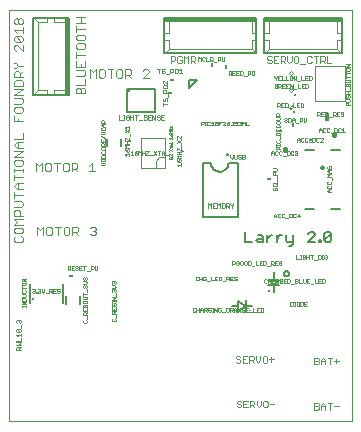
<source format=gto>
G75*
%MOIN*%
%OFA0B0*%
%FSLAX24Y24*%
%IPPOS*%
%LPD*%
%AMOC8*
5,1,8,0,0,1.08239X$1,22.5*
%
%ADD10C,0.0010*%
%ADD11C,0.0020*%
%ADD12C,0.0060*%
%ADD13C,0.0030*%
%ADD14C,0.0080*%
%ADD15R,0.0079X0.0118*%
%ADD16C,0.0025*%
%ADD17C,0.0098*%
%ADD18R,0.0160X0.0280*%
%ADD19C,0.0039*%
%ADD20R,0.0118X0.0079*%
%ADD21C,0.0079*%
%ADD22C,0.0020*%
%ADD23C,0.0160*%
%ADD24C,0.0050*%
%ADD25R,0.0148X0.2559*%
%ADD26R,0.2559X0.0148*%
%ADD27R,0.3051X0.0148*%
%ADD28C,0.0059*%
D10*
X003518Y004032D02*
X003540Y004010D01*
X003627Y004010D01*
X003648Y004032D01*
X003648Y004075D01*
X003627Y004097D01*
X003670Y004139D02*
X003670Y004226D01*
X003648Y004268D02*
X003518Y004268D01*
X003518Y004333D01*
X003540Y004354D01*
X003583Y004354D01*
X003605Y004333D01*
X003605Y004268D01*
X003605Y004311D02*
X003648Y004354D01*
X003648Y004397D02*
X003648Y004483D01*
X003627Y004525D02*
X003648Y004547D01*
X003648Y004591D01*
X003627Y004612D01*
X003583Y004612D01*
X003583Y004569D01*
X003540Y004612D02*
X003518Y004591D01*
X003518Y004547D01*
X003540Y004525D01*
X003627Y004525D01*
X003583Y004440D02*
X003583Y004397D01*
X003518Y004397D02*
X003648Y004397D01*
X003518Y004397D02*
X003518Y004483D01*
X003540Y004654D02*
X003518Y004676D01*
X003518Y004719D01*
X003540Y004741D01*
X003627Y004741D01*
X003648Y004719D01*
X003648Y004676D01*
X003627Y004654D01*
X003540Y004654D01*
X003518Y004783D02*
X003627Y004783D01*
X003648Y004805D01*
X003648Y004848D01*
X003627Y004870D01*
X003518Y004870D01*
X003518Y004912D02*
X003518Y004999D01*
X003518Y004956D02*
X003648Y004956D01*
X003670Y005041D02*
X003670Y005128D01*
X003627Y005170D02*
X003648Y005192D01*
X003648Y005235D01*
X003627Y005257D01*
X003605Y005257D01*
X003583Y005235D01*
X003583Y005213D01*
X003583Y005235D02*
X003562Y005257D01*
X003540Y005257D01*
X003518Y005235D01*
X003518Y005192D01*
X003540Y005170D01*
X003518Y005299D02*
X003605Y005299D01*
X003648Y005342D01*
X003605Y005386D01*
X003518Y005386D01*
X003540Y005428D02*
X003518Y005450D01*
X003518Y005493D01*
X003540Y005515D01*
X003562Y005515D01*
X003583Y005493D01*
X003605Y005515D01*
X003627Y005515D01*
X003648Y005493D01*
X003648Y005450D01*
X003627Y005428D01*
X003583Y005471D02*
X003583Y005493D01*
X003655Y005741D02*
X003742Y005741D01*
X003784Y005763D02*
X003784Y005893D01*
X003849Y005893D01*
X003871Y005871D01*
X003871Y005828D01*
X003849Y005806D01*
X003784Y005806D01*
X003913Y005785D02*
X003935Y005763D01*
X003978Y005763D01*
X004000Y005785D01*
X004000Y005893D01*
X003913Y005893D02*
X003913Y005785D01*
X003613Y005893D02*
X003526Y005893D01*
X003484Y005893D02*
X003398Y005893D01*
X003398Y005763D01*
X003484Y005763D01*
X003441Y005828D02*
X003398Y005828D01*
X003355Y005806D02*
X003355Y005785D01*
X003334Y005763D01*
X003290Y005763D01*
X003269Y005785D01*
X003226Y005763D02*
X003140Y005763D01*
X003140Y005893D01*
X003226Y005893D01*
X003269Y005871D02*
X003269Y005850D01*
X003290Y005828D01*
X003334Y005828D01*
X003355Y005806D01*
X003355Y005871D02*
X003334Y005893D01*
X003290Y005893D01*
X003269Y005871D01*
X003183Y005828D02*
X003140Y005828D01*
X003098Y005828D02*
X003076Y005806D01*
X003011Y005806D01*
X003011Y005763D02*
X003011Y005893D01*
X003076Y005893D01*
X003098Y005871D01*
X003098Y005828D01*
X003054Y005806D02*
X003098Y005763D01*
X003570Y005763D02*
X003570Y005893D01*
X004481Y005360D02*
X004503Y005382D01*
X004525Y005382D01*
X004546Y005360D01*
X004568Y005382D01*
X004590Y005382D01*
X004611Y005360D01*
X004611Y005317D01*
X004590Y005295D01*
X004568Y005253D02*
X004481Y005253D01*
X004503Y005295D02*
X004481Y005317D01*
X004481Y005360D01*
X004546Y005360D02*
X004546Y005339D01*
X004568Y005253D02*
X004611Y005210D01*
X004568Y005166D01*
X004481Y005166D01*
X004503Y005124D02*
X004525Y005124D01*
X004546Y005102D01*
X004568Y005124D01*
X004590Y005124D01*
X004611Y005102D01*
X004611Y005059D01*
X004590Y005037D01*
X004633Y004995D02*
X004633Y004908D01*
X004611Y004866D02*
X004481Y004866D01*
X004481Y004780D02*
X004611Y004866D01*
X004611Y004780D02*
X004481Y004780D01*
X004481Y004737D02*
X004481Y004694D01*
X004481Y004715D02*
X004611Y004715D01*
X004611Y004694D02*
X004611Y004737D01*
X004590Y004651D02*
X004546Y004651D01*
X004546Y004608D01*
X004503Y004565D02*
X004590Y004565D01*
X004611Y004586D01*
X004611Y004630D01*
X004590Y004651D01*
X004503Y004651D02*
X004481Y004630D01*
X004481Y004586D01*
X004503Y004565D01*
X004481Y004523D02*
X004481Y004436D01*
X004611Y004436D01*
X004611Y004523D01*
X004546Y004479D02*
X004546Y004436D01*
X004546Y004394D02*
X004568Y004372D01*
X004568Y004307D01*
X004568Y004350D02*
X004611Y004394D01*
X004546Y004394D02*
X004503Y004394D01*
X004481Y004372D01*
X004481Y004307D01*
X004611Y004307D01*
X004633Y004265D02*
X004633Y004178D01*
X004590Y004136D02*
X004611Y004114D01*
X004611Y004071D01*
X004590Y004049D01*
X004503Y004049D01*
X004481Y004071D01*
X004481Y004114D01*
X004503Y004136D01*
X004503Y005037D02*
X004481Y005059D01*
X004481Y005102D01*
X004503Y005124D01*
X004546Y005102D02*
X004546Y005081D01*
X003540Y004097D02*
X003518Y004075D01*
X003518Y004032D01*
X002724Y005007D02*
X002681Y005007D01*
X002659Y005029D01*
X002659Y005116D01*
X002681Y005137D01*
X002724Y005137D01*
X002746Y005116D01*
X002746Y005072D02*
X002703Y005072D01*
X002746Y005072D02*
X002746Y005029D01*
X002724Y005007D01*
X002617Y005007D02*
X002530Y005007D01*
X002530Y005137D01*
X002617Y005137D01*
X002574Y005072D02*
X002530Y005072D01*
X002488Y005072D02*
X002466Y005051D01*
X002401Y005051D01*
X002401Y005007D02*
X002401Y005137D01*
X002466Y005137D01*
X002488Y005116D01*
X002488Y005072D01*
X002445Y005051D02*
X002488Y005007D01*
X002359Y004986D02*
X002273Y004986D01*
X002230Y005051D02*
X002230Y005137D01*
X002144Y005137D02*
X002144Y005051D01*
X002187Y005007D01*
X002230Y005051D01*
X002101Y005051D02*
X002101Y005029D01*
X002080Y005007D01*
X002036Y005007D01*
X002015Y005029D01*
X001972Y005029D02*
X001972Y005007D01*
X001950Y005007D01*
X001950Y005029D01*
X001972Y005029D01*
X001908Y005029D02*
X001886Y005007D01*
X001843Y005007D01*
X001821Y005029D01*
X001865Y005072D02*
X001886Y005072D01*
X001908Y005051D01*
X001908Y005029D01*
X001886Y005072D02*
X001908Y005094D01*
X001908Y005116D01*
X001886Y005137D01*
X001843Y005137D01*
X001821Y005116D01*
X002015Y005116D02*
X002036Y005137D01*
X002080Y005137D01*
X002101Y005116D01*
X002101Y005094D01*
X002080Y005072D01*
X002101Y005051D01*
X002080Y005072D02*
X002058Y005072D01*
X001606Y005068D02*
X001585Y005089D01*
X001606Y005068D02*
X001606Y005024D01*
X001585Y005003D01*
X001498Y005003D01*
X001476Y005024D01*
X001476Y005068D01*
X001498Y005089D01*
X001476Y005131D02*
X001476Y005218D01*
X001476Y005175D02*
X001606Y005175D01*
X001585Y005260D02*
X001606Y005282D01*
X001606Y005325D01*
X001585Y005347D01*
X001498Y005347D01*
X001476Y005325D01*
X001476Y005282D01*
X001498Y005260D01*
X001585Y005260D01*
X001606Y005389D02*
X001476Y005389D01*
X001476Y005454D01*
X001498Y005476D01*
X001541Y005476D01*
X001563Y005454D01*
X001563Y005389D01*
X001563Y005433D02*
X001606Y005476D01*
X001585Y004960D02*
X001476Y004960D01*
X001476Y004874D02*
X001585Y004874D01*
X001606Y004895D01*
X001606Y004939D01*
X001585Y004960D01*
X001585Y004831D02*
X001498Y004831D01*
X001476Y004810D01*
X001476Y004745D01*
X001606Y004745D01*
X001606Y004810D01*
X001585Y004831D01*
X001606Y004703D02*
X001476Y004703D01*
X001476Y004616D02*
X001606Y004703D01*
X001606Y004616D02*
X001476Y004616D01*
X001476Y004573D02*
X001476Y004530D01*
X001476Y004552D02*
X001606Y004552D01*
X001606Y004573D02*
X001606Y004530D01*
X004132Y009257D02*
X004219Y009257D01*
X004262Y009300D01*
X004219Y009343D01*
X004132Y009343D01*
X004132Y009385D02*
X004132Y009451D01*
X004154Y009472D01*
X004240Y009472D01*
X004262Y009451D01*
X004262Y009385D01*
X004132Y009385D01*
X004132Y009514D02*
X004132Y009579D01*
X004154Y009601D01*
X004240Y009601D01*
X004262Y009579D01*
X004262Y009514D01*
X004132Y009514D01*
X004154Y009643D02*
X004240Y009643D01*
X004262Y009665D01*
X004262Y009708D01*
X004240Y009730D01*
X004240Y009772D02*
X004154Y009772D01*
X004132Y009794D01*
X004132Y009837D01*
X004154Y009859D01*
X004240Y009859D01*
X004262Y009837D01*
X004262Y009794D01*
X004240Y009772D01*
X004154Y009730D02*
X004132Y009708D01*
X004132Y009665D01*
X004154Y009643D01*
X004132Y009901D02*
X004132Y009966D01*
X004154Y009988D01*
X004197Y009988D01*
X004219Y009966D01*
X004219Y009901D01*
X004262Y009901D02*
X004132Y009901D01*
X004219Y009945D02*
X004262Y009988D01*
X004262Y010030D02*
X004262Y010117D01*
X004262Y010159D02*
X004132Y010246D01*
X004132Y010288D02*
X004219Y010288D01*
X004262Y010331D01*
X004219Y010375D01*
X004132Y010375D01*
X004154Y010417D02*
X004240Y010417D01*
X004262Y010438D01*
X004262Y010482D01*
X004240Y010504D01*
X004262Y010546D02*
X004175Y010546D01*
X004132Y010589D01*
X004175Y010632D01*
X004262Y010632D01*
X004262Y010675D02*
X004132Y010675D01*
X004132Y010740D01*
X004154Y010761D01*
X004197Y010761D01*
X004219Y010740D01*
X004219Y010675D01*
X004197Y010632D02*
X004197Y010546D01*
X004154Y010504D02*
X004132Y010482D01*
X004132Y010438D01*
X004154Y010417D01*
X004132Y010117D02*
X004132Y010030D01*
X004262Y010030D01*
X004197Y010030D02*
X004197Y010073D01*
X004923Y010090D02*
X004923Y010177D01*
X004945Y010177D01*
X005032Y010090D01*
X005053Y010090D01*
X005053Y010177D01*
X005075Y010219D02*
X005075Y010306D01*
X005053Y010348D02*
X004923Y010435D01*
X004967Y010477D02*
X004923Y010520D01*
X005053Y010520D01*
X005053Y010477D02*
X005053Y010564D01*
X005053Y010435D02*
X004923Y010348D01*
X004923Y010048D02*
X005053Y010048D01*
X004988Y010048D02*
X004988Y009961D01*
X005053Y009961D02*
X004923Y009961D01*
X004923Y009919D02*
X005053Y009919D01*
X005053Y009832D02*
X004923Y009832D01*
X004967Y009876D01*
X004923Y009919D01*
X004923Y009790D02*
X004945Y009747D01*
X004988Y009703D01*
X004988Y009768D01*
X005010Y009790D01*
X005032Y009790D01*
X005053Y009768D01*
X005053Y009725D01*
X005032Y009703D01*
X004988Y009703D01*
X005053Y009661D02*
X005053Y009575D01*
X005053Y009618D02*
X004923Y009618D01*
X004967Y009575D01*
X005109Y009607D02*
X005195Y009607D01*
X005152Y009607D02*
X005152Y009737D01*
X005109Y009694D01*
X005238Y009672D02*
X005303Y009672D01*
X005324Y009650D01*
X005324Y009629D01*
X005303Y009607D01*
X005259Y009607D01*
X005238Y009629D01*
X005238Y009672D01*
X005281Y009715D01*
X005324Y009737D01*
X005367Y009737D02*
X005410Y009694D01*
X005453Y009737D01*
X005453Y009607D01*
X005495Y009607D02*
X005495Y009737D01*
X005495Y009672D02*
X005582Y009672D01*
X005624Y009629D02*
X005624Y009607D01*
X005711Y009607D01*
X005753Y009585D02*
X005840Y009585D01*
X005882Y009607D02*
X005969Y009737D01*
X006011Y009737D02*
X006098Y009737D01*
X006054Y009737D02*
X006054Y009607D01*
X005969Y009607D02*
X005882Y009737D01*
X006140Y009694D02*
X006183Y009737D01*
X006227Y009694D01*
X006227Y009607D01*
X006269Y009607D02*
X006356Y009607D01*
X006404Y009618D02*
X006404Y009558D01*
X006419Y009526D02*
X006434Y009526D01*
X006449Y009511D01*
X006449Y009481D01*
X006434Y009466D01*
X006419Y009466D01*
X006404Y009481D01*
X006404Y009511D01*
X006419Y009526D01*
X006449Y009511D02*
X006464Y009526D01*
X006479Y009526D01*
X006494Y009511D01*
X006494Y009481D01*
X006479Y009466D01*
X006464Y009466D01*
X006449Y009481D01*
X006479Y009558D02*
X006494Y009558D01*
X006494Y009618D01*
X006479Y009558D02*
X006419Y009618D01*
X006404Y009618D01*
X006404Y009742D02*
X006494Y009803D01*
X006479Y009850D02*
X006494Y009865D01*
X006479Y009850D02*
X006419Y009850D01*
X006434Y009835D02*
X006434Y009865D01*
X006434Y009911D02*
X006434Y009941D01*
X006449Y009956D01*
X006494Y009956D01*
X006494Y009911D01*
X006479Y009896D01*
X006464Y009911D01*
X006464Y009956D01*
X006494Y009988D02*
X006494Y010018D01*
X006494Y010003D02*
X006404Y010003D01*
X006404Y009988D01*
X006434Y010141D02*
X006404Y010171D01*
X006494Y010171D01*
X006494Y010141D02*
X006494Y010202D01*
X006479Y010234D02*
X006494Y010249D01*
X006494Y010279D01*
X006479Y010294D01*
X006464Y010294D01*
X006449Y010279D01*
X006449Y010234D01*
X006479Y010234D01*
X006449Y010234D02*
X006419Y010264D01*
X006404Y010294D01*
X006404Y010326D02*
X006434Y010356D01*
X006404Y010386D01*
X006494Y010386D01*
X006494Y010418D02*
X006404Y010418D01*
X006449Y010418D02*
X006449Y010478D01*
X006434Y010510D02*
X006434Y010570D01*
X006494Y010510D01*
X006494Y010570D01*
X006494Y010478D02*
X006404Y010478D01*
X006404Y010326D02*
X006494Y010326D01*
X006642Y010202D02*
X006642Y010158D01*
X006664Y010137D01*
X006642Y010094D02*
X006772Y010008D01*
X006794Y009966D02*
X006794Y009879D01*
X006772Y009837D02*
X006772Y009750D01*
X006750Y009750D01*
X006664Y009837D01*
X006642Y009837D01*
X006642Y009750D01*
X006642Y009708D02*
X006772Y009708D01*
X006707Y009708D02*
X006707Y009621D01*
X006772Y009621D02*
X006642Y009621D01*
X006642Y009579D02*
X006772Y009579D01*
X006772Y009492D02*
X006642Y009492D01*
X006685Y009535D01*
X006642Y009579D01*
X006642Y009450D02*
X006664Y009407D01*
X006707Y009363D01*
X006707Y009428D01*
X006729Y009450D01*
X006750Y009450D01*
X006772Y009428D01*
X006772Y009385D01*
X006750Y009363D01*
X006707Y009363D01*
X006772Y009321D02*
X006772Y009234D01*
X006772Y009278D02*
X006642Y009278D01*
X006685Y009234D01*
X006494Y009742D02*
X006404Y009803D01*
X006269Y009737D02*
X006269Y009607D01*
X006227Y009672D02*
X006140Y009672D01*
X006140Y009694D02*
X006140Y009607D01*
X005711Y009715D02*
X005624Y009629D01*
X005582Y009607D02*
X005582Y009737D01*
X005624Y009737D02*
X005711Y009737D01*
X005711Y009715D01*
X005367Y009737D02*
X005367Y009607D01*
X005393Y010748D02*
X005493Y010748D01*
X005540Y010798D02*
X005565Y010773D01*
X005615Y010773D01*
X005641Y010798D01*
X005641Y010823D01*
X005615Y010848D01*
X005565Y010848D01*
X005540Y010873D01*
X005540Y010898D01*
X005565Y010923D01*
X005615Y010923D01*
X005641Y010898D01*
X005688Y010923D02*
X005688Y010773D01*
X005788Y010773D01*
X005835Y010773D02*
X005835Y010923D01*
X005935Y010773D01*
X005935Y010923D01*
X005982Y010898D02*
X006007Y010923D01*
X006057Y010923D01*
X006082Y010898D01*
X006130Y010923D02*
X006130Y010773D01*
X006230Y010773D01*
X006180Y010848D02*
X006130Y010848D01*
X006082Y010823D02*
X006082Y010798D01*
X006057Y010773D01*
X006007Y010773D01*
X005982Y010798D01*
X006007Y010848D02*
X006057Y010848D01*
X006082Y010823D01*
X006007Y010848D02*
X005982Y010873D01*
X005982Y010898D01*
X006130Y010923D02*
X006230Y010923D01*
X006187Y011237D02*
X006187Y011337D01*
X006187Y011287D02*
X006337Y011287D01*
X006312Y011384D02*
X006337Y011410D01*
X006337Y011460D01*
X006312Y011485D01*
X006287Y011485D01*
X006262Y011460D01*
X006262Y011410D01*
X006237Y011384D01*
X006212Y011384D01*
X006187Y011410D01*
X006187Y011460D01*
X006212Y011485D01*
X006362Y011532D02*
X006362Y011632D01*
X006337Y011679D02*
X006187Y011679D01*
X006187Y011754D01*
X006212Y011779D01*
X006262Y011779D01*
X006287Y011754D01*
X006287Y011679D01*
X006337Y011826D02*
X006187Y011826D01*
X006187Y011902D01*
X006212Y011927D01*
X006312Y011927D01*
X006337Y011902D01*
X006337Y011826D01*
X006337Y011974D02*
X006237Y012074D01*
X006212Y012074D01*
X006187Y012049D01*
X006187Y011999D01*
X006212Y011974D01*
X006337Y011974D02*
X006337Y012074D01*
X006287Y012303D02*
X006387Y012303D01*
X006434Y012328D02*
X006434Y012479D01*
X006509Y012479D01*
X006534Y012453D01*
X006534Y012403D01*
X006509Y012378D01*
X006434Y012378D01*
X006582Y012328D02*
X006582Y012479D01*
X006657Y012479D01*
X006682Y012453D01*
X006682Y012353D01*
X006657Y012328D01*
X006582Y012328D01*
X006729Y012328D02*
X006829Y012328D01*
X006779Y012328D02*
X006779Y012479D01*
X006729Y012428D01*
X006240Y012453D02*
X006215Y012479D01*
X006165Y012479D01*
X006140Y012453D01*
X006140Y012428D01*
X006165Y012403D01*
X006215Y012403D01*
X006240Y012378D01*
X006240Y012353D01*
X006215Y012328D01*
X006165Y012328D01*
X006140Y012353D01*
X006042Y012328D02*
X006042Y012479D01*
X005992Y012479D02*
X006092Y012479D01*
X007367Y012729D02*
X007367Y012859D01*
X007410Y012816D01*
X007453Y012859D01*
X007453Y012729D01*
X007496Y012751D02*
X007517Y012729D01*
X007561Y012729D01*
X007582Y012751D01*
X007624Y012729D02*
X007711Y012729D01*
X007753Y012729D02*
X007753Y012859D01*
X007818Y012859D01*
X007840Y012838D01*
X007840Y012794D01*
X007818Y012773D01*
X007753Y012773D01*
X007797Y012773D02*
X007840Y012729D01*
X007882Y012707D02*
X007969Y012707D01*
X008011Y012729D02*
X008011Y012859D01*
X008076Y012859D01*
X008098Y012838D01*
X008098Y012794D01*
X008076Y012773D01*
X008011Y012773D01*
X008140Y012751D02*
X008162Y012729D01*
X008205Y012729D01*
X008227Y012751D01*
X008227Y012859D01*
X008140Y012859D02*
X008140Y012751D01*
X008373Y012391D02*
X008438Y012391D01*
X008459Y012369D01*
X008459Y012326D01*
X008438Y012304D01*
X008373Y012304D01*
X008416Y012304D02*
X008459Y012261D01*
X008502Y012261D02*
X008588Y012261D01*
X008631Y012261D02*
X008717Y012261D01*
X008759Y012261D02*
X008759Y012391D01*
X008825Y012391D01*
X008846Y012369D01*
X008846Y012282D01*
X008825Y012261D01*
X008759Y012261D01*
X008674Y012326D02*
X008631Y012326D01*
X008631Y012391D02*
X008631Y012261D01*
X008545Y012326D02*
X008502Y012326D01*
X008502Y012391D02*
X008502Y012261D01*
X008373Y012261D02*
X008373Y012391D01*
X008502Y012391D02*
X008588Y012391D01*
X008631Y012391D02*
X008717Y012391D01*
X008888Y012239D02*
X008975Y012239D01*
X009017Y012261D02*
X009017Y012391D01*
X009082Y012391D01*
X009104Y012369D01*
X009104Y012326D01*
X009082Y012304D01*
X009017Y012304D01*
X009146Y012261D02*
X009146Y012391D01*
X009211Y012391D01*
X009233Y012369D01*
X009233Y012282D01*
X009211Y012261D01*
X009146Y012261D01*
X009896Y012225D02*
X009896Y012203D01*
X009940Y012160D01*
X009940Y012095D01*
X009940Y012160D02*
X009983Y012203D01*
X009983Y012225D01*
X010025Y012225D02*
X010025Y012095D01*
X010112Y012095D01*
X010154Y012095D02*
X010241Y012095D01*
X010283Y012095D02*
X010283Y012225D01*
X010154Y012225D02*
X010154Y012095D01*
X010068Y012160D02*
X010025Y012160D01*
X010025Y012225D02*
X010112Y012225D01*
X010283Y012095D02*
X010370Y012095D01*
X010412Y012117D02*
X010433Y012095D01*
X010477Y012095D01*
X010499Y012117D01*
X010499Y012203D01*
X010477Y012225D01*
X010433Y012225D01*
X010412Y012203D01*
X010412Y012117D01*
X010541Y012095D02*
X010541Y012225D01*
X010627Y012225D02*
X010627Y012095D01*
X010584Y012138D01*
X010541Y012095D01*
X010670Y012073D02*
X010756Y012073D01*
X010799Y012095D02*
X010885Y012095D01*
X010927Y012095D02*
X010927Y012225D01*
X011014Y012225D01*
X011056Y012225D02*
X011121Y012225D01*
X011143Y012203D01*
X011143Y012117D01*
X011121Y012095D01*
X011056Y012095D01*
X011056Y012225D01*
X010971Y012160D02*
X010927Y012160D01*
X010927Y012095D02*
X011014Y012095D01*
X011002Y011957D02*
X010937Y011957D01*
X010937Y011827D01*
X011002Y011827D01*
X011024Y011848D01*
X011024Y011935D01*
X011002Y011957D01*
X010895Y011957D02*
X010808Y011957D01*
X010808Y011827D01*
X010895Y011827D01*
X010851Y011892D02*
X010808Y011892D01*
X010766Y011827D02*
X010679Y011827D01*
X010679Y011957D01*
X010637Y011805D02*
X010550Y011805D01*
X010508Y011827D02*
X010508Y011957D01*
X010421Y011957D02*
X010508Y011827D01*
X010421Y011827D02*
X010421Y011957D01*
X010379Y011957D02*
X010292Y011957D01*
X010292Y011827D01*
X010379Y011827D01*
X010336Y011892D02*
X010292Y011892D01*
X010250Y011957D02*
X010163Y011957D01*
X010163Y011827D01*
X010250Y011827D01*
X010207Y011892D02*
X010163Y011892D01*
X010121Y011892D02*
X010100Y011870D01*
X010034Y011870D01*
X010034Y011827D02*
X010034Y011957D01*
X010100Y011957D01*
X010121Y011935D01*
X010121Y011892D01*
X010078Y011870D02*
X010121Y011827D01*
X009992Y011848D02*
X009992Y011892D01*
X009949Y011892D01*
X009992Y011935D02*
X009971Y011957D01*
X009927Y011957D01*
X009906Y011935D01*
X009906Y011848D01*
X009927Y011827D01*
X009971Y011827D01*
X009992Y011848D01*
X009998Y011315D02*
X010063Y011315D01*
X010085Y011294D01*
X010085Y011250D01*
X010063Y011229D01*
X009998Y011229D01*
X010041Y011229D02*
X010085Y011185D01*
X010127Y011185D02*
X010214Y011185D01*
X010256Y011185D02*
X010256Y011315D01*
X010321Y011315D01*
X010343Y011294D01*
X010343Y011207D01*
X010321Y011185D01*
X010256Y011185D01*
X010170Y011250D02*
X010127Y011250D01*
X010127Y011315D02*
X010127Y011185D01*
X009998Y011185D02*
X009998Y011315D01*
X010127Y011315D02*
X010214Y011315D01*
X010385Y011163D02*
X010472Y011163D01*
X010514Y011185D02*
X010600Y011185D01*
X010643Y011185D02*
X010729Y011185D01*
X010772Y011185D02*
X010772Y011315D01*
X010837Y011315D01*
X010858Y011294D01*
X010858Y011207D01*
X010837Y011185D01*
X010772Y011185D01*
X010686Y011250D02*
X010643Y011250D01*
X010643Y011315D02*
X010643Y011185D01*
X010514Y011185D02*
X010514Y011315D01*
X010643Y011315D02*
X010729Y011315D01*
X010743Y010829D02*
X010808Y010829D01*
X010830Y010807D01*
X010830Y010764D01*
X010808Y010742D01*
X010743Y010742D01*
X010743Y010699D02*
X010743Y010829D01*
X010872Y010829D02*
X010872Y010721D01*
X010894Y010699D01*
X010937Y010699D01*
X010959Y010721D01*
X010959Y010829D01*
X010701Y010677D02*
X010614Y010677D01*
X010572Y010699D02*
X010572Y010786D01*
X010529Y010829D01*
X010486Y010786D01*
X010486Y010699D01*
X010443Y010721D02*
X010443Y010807D01*
X010422Y010829D01*
X010357Y010829D01*
X010357Y010699D01*
X010422Y010699D01*
X010443Y010721D01*
X010486Y010764D02*
X010572Y010764D01*
X010314Y010742D02*
X010314Y010721D01*
X010293Y010699D01*
X010249Y010699D01*
X010228Y010721D01*
X010249Y010764D02*
X010228Y010786D01*
X010228Y010807D01*
X010249Y010829D01*
X010293Y010829D01*
X010314Y010807D01*
X010293Y010764D02*
X010314Y010742D01*
X010293Y010764D02*
X010249Y010764D01*
X010082Y010794D02*
X010082Y010838D01*
X010061Y010860D01*
X009952Y010860D01*
X009952Y010902D02*
X009952Y010967D01*
X009974Y010988D01*
X010017Y010988D01*
X010039Y010967D01*
X010039Y010902D01*
X010082Y010902D02*
X009952Y010902D01*
X009952Y010773D02*
X010061Y010773D01*
X010082Y010794D01*
X010061Y010731D02*
X009974Y010731D01*
X009952Y010709D01*
X009952Y010666D01*
X009974Y010644D01*
X010061Y010644D01*
X010082Y010666D01*
X010082Y010709D01*
X010061Y010731D01*
X010061Y010602D02*
X010082Y010580D01*
X010082Y010537D01*
X010061Y010515D01*
X009974Y010515D01*
X009952Y010537D01*
X009952Y010580D01*
X009974Y010602D01*
X009952Y010473D02*
X009952Y010386D01*
X010082Y010386D01*
X010082Y010473D01*
X010017Y010429D02*
X010017Y010386D01*
X009974Y010344D02*
X009952Y010322D01*
X009952Y010257D01*
X010082Y010257D01*
X010082Y010322D01*
X010061Y010344D01*
X009974Y010344D01*
X010104Y010215D02*
X010104Y010128D01*
X010061Y010086D02*
X010082Y010064D01*
X010082Y010021D01*
X010061Y009999D01*
X009974Y009999D01*
X009952Y010021D01*
X009952Y010064D01*
X009974Y010086D01*
X009952Y009957D02*
X009952Y009913D01*
X009952Y009935D02*
X010082Y009935D01*
X010082Y009913D02*
X010082Y009957D01*
X010017Y009871D02*
X010039Y009850D01*
X010039Y009784D01*
X010082Y009784D02*
X009952Y009784D01*
X009952Y009850D01*
X009974Y009871D01*
X010017Y009871D01*
X009998Y009728D02*
X009954Y009728D01*
X009932Y009706D01*
X009932Y009619D01*
X009954Y009597D01*
X009998Y009597D01*
X010019Y009619D01*
X010061Y009619D02*
X010083Y009597D01*
X010126Y009597D01*
X010148Y009619D01*
X010190Y009576D02*
X010277Y009576D01*
X010319Y009597D02*
X010384Y009597D01*
X010406Y009619D01*
X010406Y009706D01*
X010384Y009728D01*
X010319Y009728D01*
X010319Y009597D01*
X010448Y009619D02*
X010470Y009597D01*
X010513Y009597D01*
X010535Y009619D01*
X010577Y009619D02*
X010599Y009597D01*
X010642Y009597D01*
X010664Y009619D01*
X010664Y009641D01*
X010642Y009662D01*
X010620Y009662D01*
X010642Y009662D02*
X010664Y009684D01*
X010664Y009706D01*
X010642Y009728D01*
X010599Y009728D01*
X010577Y009706D01*
X010535Y009706D02*
X010513Y009728D01*
X010470Y009728D01*
X010448Y009706D01*
X010448Y009619D01*
X010148Y009706D02*
X010126Y009728D01*
X010083Y009728D01*
X010061Y009706D01*
X010061Y009619D01*
X010019Y009706D02*
X009998Y009728D01*
X009890Y009684D02*
X009890Y009597D01*
X009890Y009662D02*
X009804Y009662D01*
X009804Y009684D02*
X009847Y009728D01*
X009890Y009684D01*
X009804Y009684D02*
X009804Y009597D01*
X009848Y009154D02*
X009956Y009154D01*
X009978Y009132D01*
X009978Y009089D01*
X009956Y009067D01*
X009848Y009067D01*
X009869Y009025D02*
X009913Y009025D01*
X009934Y009003D01*
X009934Y008938D01*
X009978Y008938D02*
X009848Y008938D01*
X009848Y009003D01*
X009869Y009025D01*
X009999Y008896D02*
X009999Y008809D01*
X009978Y008767D02*
X009978Y008680D01*
X009848Y008680D01*
X009869Y008638D02*
X009848Y008616D01*
X009848Y008573D01*
X009869Y008551D01*
X009956Y008551D01*
X009978Y008573D01*
X009978Y008616D01*
X009956Y008638D01*
X009956Y008509D02*
X009978Y008487D01*
X009978Y008444D01*
X009956Y008422D01*
X009913Y008444D02*
X009913Y008487D01*
X009934Y008509D01*
X009956Y008509D01*
X009913Y008444D02*
X009891Y008422D01*
X009869Y008422D01*
X009848Y008444D01*
X009848Y008487D01*
X009869Y008509D01*
X009926Y007646D02*
X009883Y007603D01*
X009883Y007516D01*
X009883Y007581D02*
X009970Y007581D01*
X009970Y007603D02*
X009970Y007516D01*
X010012Y007538D02*
X010034Y007516D01*
X010077Y007516D01*
X010099Y007538D01*
X010141Y007538D02*
X010163Y007516D01*
X010206Y007516D01*
X010228Y007538D01*
X010270Y007494D02*
X010356Y007494D01*
X010399Y007516D02*
X010464Y007516D01*
X010485Y007538D01*
X010485Y007625D01*
X010464Y007646D01*
X010399Y007646D01*
X010399Y007516D01*
X010528Y007538D02*
X010528Y007625D01*
X010549Y007646D01*
X010593Y007646D01*
X010614Y007625D01*
X010656Y007581D02*
X010722Y007646D01*
X010722Y007516D01*
X010743Y007581D02*
X010656Y007581D01*
X010614Y007538D02*
X010593Y007516D01*
X010549Y007516D01*
X010528Y007538D01*
X010228Y007625D02*
X010206Y007646D01*
X010163Y007646D01*
X010141Y007625D01*
X010141Y007538D01*
X010099Y007625D02*
X010077Y007646D01*
X010034Y007646D01*
X010012Y007625D01*
X010012Y007538D01*
X009970Y007603D02*
X009926Y007646D01*
X008536Y007964D02*
X008486Y007914D01*
X008486Y007839D01*
X008486Y007914D02*
X008436Y007964D01*
X008436Y007989D01*
X008388Y007964D02*
X008388Y007914D01*
X008363Y007889D01*
X008288Y007889D01*
X008288Y007839D02*
X008288Y007989D01*
X008363Y007989D01*
X008388Y007964D01*
X008338Y007889D02*
X008388Y007839D01*
X008241Y007864D02*
X008241Y007964D01*
X008216Y007989D01*
X008166Y007989D01*
X008141Y007964D01*
X008141Y007864D01*
X008166Y007839D01*
X008216Y007839D01*
X008241Y007864D01*
X008094Y007839D02*
X008094Y007989D01*
X008044Y007939D01*
X007994Y007989D01*
X007994Y007839D01*
X007946Y007839D02*
X007846Y007839D01*
X007846Y007989D01*
X007946Y007989D01*
X007896Y007914D02*
X007846Y007914D01*
X007799Y007989D02*
X007799Y007839D01*
X007699Y007839D02*
X007699Y007989D01*
X007749Y007939D01*
X007799Y007989D01*
X008536Y007964D02*
X008536Y007989D01*
X008587Y009477D02*
X008565Y009499D01*
X008565Y009608D01*
X008523Y009608D02*
X008523Y009521D01*
X008480Y009477D01*
X008436Y009521D01*
X008436Y009608D01*
X008587Y009477D02*
X008630Y009477D01*
X008652Y009499D01*
X008652Y009608D01*
X008694Y009586D02*
X008694Y009564D01*
X008716Y009543D01*
X008759Y009543D01*
X008781Y009521D01*
X008781Y009499D01*
X008759Y009477D01*
X008716Y009477D01*
X008694Y009499D01*
X008694Y009586D02*
X008716Y009608D01*
X008759Y009608D01*
X008781Y009586D01*
X008823Y009608D02*
X008888Y009608D01*
X008910Y009586D01*
X008910Y009564D01*
X008888Y009543D01*
X008823Y009543D01*
X008823Y009608D02*
X008823Y009477D01*
X008888Y009477D01*
X008910Y009499D01*
X008910Y009521D01*
X008888Y009543D01*
X008914Y010584D02*
X008914Y010714D01*
X008871Y010671D01*
X008828Y010714D01*
X008828Y010584D01*
X008785Y010606D02*
X008764Y010584D01*
X008720Y010584D01*
X008699Y010606D01*
X008657Y010606D02*
X008635Y010584D01*
X008592Y010584D01*
X008570Y010606D01*
X008570Y010649D02*
X008613Y010671D01*
X008635Y010671D01*
X008657Y010649D01*
X008657Y010606D01*
X008742Y010649D02*
X008764Y010649D01*
X008785Y010628D01*
X008785Y010606D01*
X008764Y010649D02*
X008785Y010671D01*
X008785Y010693D01*
X008764Y010714D01*
X008720Y010714D01*
X008699Y010693D01*
X008657Y010714D02*
X008570Y010714D01*
X008570Y010649D01*
X008506Y010606D02*
X008506Y010714D01*
X008484Y010714D02*
X008528Y010714D01*
X008506Y010606D02*
X008484Y010584D01*
X008463Y010584D01*
X008441Y010606D01*
X008399Y010606D02*
X008399Y010628D01*
X008377Y010649D01*
X008312Y010649D01*
X008312Y010606D01*
X008334Y010584D01*
X008377Y010584D01*
X008399Y010606D01*
X008355Y010693D02*
X008312Y010649D01*
X008270Y010671D02*
X008270Y010693D01*
X008248Y010714D01*
X008205Y010714D01*
X008183Y010693D01*
X008141Y010714D02*
X008054Y010714D01*
X008054Y010584D01*
X008012Y010606D02*
X007990Y010584D01*
X007947Y010584D01*
X007925Y010606D01*
X007925Y010628D01*
X007947Y010649D01*
X007990Y010649D01*
X008012Y010628D01*
X008012Y010606D01*
X007990Y010649D02*
X008012Y010671D01*
X008012Y010693D01*
X007990Y010714D01*
X007947Y010714D01*
X007925Y010693D01*
X007925Y010671D01*
X007947Y010649D01*
X007883Y010584D02*
X007796Y010584D01*
X007840Y010584D02*
X007840Y010714D01*
X007796Y010671D01*
X007754Y010693D02*
X007733Y010714D01*
X007689Y010714D01*
X007667Y010693D01*
X007667Y010606D01*
X007689Y010584D01*
X007733Y010584D01*
X007754Y010606D01*
X007625Y010584D02*
X007582Y010584D01*
X007603Y010584D02*
X007603Y010714D01*
X007582Y010714D02*
X007625Y010714D01*
X007539Y010693D02*
X007539Y010649D01*
X007518Y010628D01*
X007453Y010628D01*
X007453Y010584D02*
X007453Y010714D01*
X007518Y010714D01*
X007539Y010693D01*
X008054Y010649D02*
X008098Y010649D01*
X008183Y010584D02*
X008270Y010671D01*
X008270Y010584D02*
X008183Y010584D01*
X008355Y010693D02*
X008399Y010714D01*
X008957Y010714D02*
X008957Y010584D01*
X009043Y010584D01*
X010654Y010128D02*
X010654Y010041D01*
X010654Y010107D02*
X010741Y010107D01*
X010741Y010128D02*
X010741Y010041D01*
X010783Y010063D02*
X010783Y010150D01*
X010805Y010172D01*
X010848Y010172D01*
X010870Y010150D01*
X010912Y010150D02*
X010912Y010063D01*
X010934Y010041D01*
X010977Y010041D01*
X010999Y010063D01*
X011041Y010020D02*
X011128Y010020D01*
X011170Y010041D02*
X011235Y010041D01*
X011257Y010063D01*
X011257Y010150D01*
X011235Y010172D01*
X011170Y010172D01*
X011170Y010041D01*
X011299Y010063D02*
X011299Y010150D01*
X011321Y010172D01*
X011364Y010172D01*
X011386Y010150D01*
X011428Y010150D02*
X011449Y010172D01*
X011493Y010172D01*
X011515Y010150D01*
X011515Y010128D01*
X011428Y010041D01*
X011515Y010041D01*
X011386Y010063D02*
X011364Y010041D01*
X011321Y010041D01*
X011299Y010063D01*
X011387Y010358D02*
X011387Y010445D01*
X011430Y010488D01*
X011474Y010445D01*
X011474Y010358D01*
X011516Y010380D02*
X011537Y010358D01*
X011581Y010358D01*
X011603Y010380D01*
X011645Y010380D02*
X011666Y010358D01*
X011710Y010358D01*
X011731Y010380D01*
X011774Y010336D02*
X011860Y010336D01*
X011902Y010358D02*
X011968Y010358D01*
X011989Y010380D01*
X011989Y010466D01*
X011968Y010488D01*
X011902Y010488D01*
X011902Y010358D01*
X012031Y010380D02*
X012031Y010466D01*
X012053Y010488D01*
X012096Y010488D01*
X012118Y010466D01*
X012160Y010445D02*
X012204Y010488D01*
X012204Y010358D01*
X012247Y010358D02*
X012160Y010358D01*
X012118Y010380D02*
X012096Y010358D01*
X012053Y010358D01*
X012031Y010380D01*
X011731Y010466D02*
X011710Y010488D01*
X011666Y010488D01*
X011645Y010466D01*
X011645Y010380D01*
X011603Y010466D02*
X011581Y010488D01*
X011537Y010488D01*
X011516Y010466D01*
X011516Y010380D01*
X011474Y010423D02*
X011387Y010423D01*
X011423Y010891D02*
X011379Y010934D01*
X011401Y010934D02*
X011336Y010934D01*
X011336Y010891D02*
X011336Y011021D01*
X011401Y011021D01*
X011423Y010999D01*
X011423Y010956D01*
X011401Y010934D01*
X011465Y010956D02*
X011508Y010956D01*
X011465Y011021D02*
X011465Y010891D01*
X011552Y010891D01*
X011594Y010891D02*
X011594Y011021D01*
X011659Y011021D01*
X011681Y010999D01*
X011681Y010912D01*
X011659Y010891D01*
X011594Y010891D01*
X011723Y010869D02*
X011810Y010869D01*
X011852Y010891D02*
X011852Y011021D01*
X011917Y011021D01*
X011938Y010999D01*
X011938Y010956D01*
X011917Y010934D01*
X011852Y010934D01*
X011895Y010934D02*
X011938Y010891D01*
X011981Y010891D02*
X012067Y010891D01*
X012110Y010912D02*
X012131Y010891D01*
X012175Y010891D01*
X012196Y010912D01*
X012196Y010934D01*
X012175Y010956D01*
X012131Y010956D01*
X012110Y010977D01*
X012110Y010999D01*
X012131Y011021D01*
X012175Y011021D01*
X012196Y010999D01*
X012067Y011021D02*
X011981Y011021D01*
X011981Y010891D01*
X011981Y010956D02*
X012024Y010956D01*
X012280Y011249D02*
X012280Y011314D01*
X012301Y011336D01*
X012345Y011336D01*
X012367Y011314D01*
X012367Y011249D01*
X012410Y011249D02*
X012280Y011249D01*
X012280Y011378D02*
X012388Y011378D01*
X012410Y011399D01*
X012410Y011443D01*
X012388Y011464D01*
X012280Y011464D01*
X012301Y011507D02*
X012323Y011507D01*
X012345Y011528D01*
X012345Y011572D01*
X012367Y011593D01*
X012388Y011593D01*
X012410Y011572D01*
X012410Y011528D01*
X012388Y011507D01*
X012301Y011507D02*
X012280Y011528D01*
X012280Y011572D01*
X012301Y011593D01*
X012280Y011635D02*
X012410Y011635D01*
X012345Y011635D02*
X012345Y011722D01*
X012280Y011722D02*
X012410Y011722D01*
X012432Y011764D02*
X012432Y011851D01*
X012410Y011893D02*
X012410Y011958D01*
X012388Y011980D01*
X012367Y011980D01*
X012345Y011958D01*
X012345Y011893D01*
X012410Y011893D02*
X012280Y011893D01*
X012280Y011958D01*
X012301Y011980D01*
X012323Y011980D01*
X012345Y011958D01*
X012388Y012022D02*
X012410Y012044D01*
X012410Y012087D01*
X012388Y012109D01*
X012280Y012109D01*
X012280Y012151D02*
X012280Y012238D01*
X012280Y012280D02*
X012280Y012367D01*
X012280Y012323D02*
X012410Y012323D01*
X012388Y012409D02*
X012410Y012431D01*
X012410Y012474D01*
X012388Y012496D01*
X012301Y012496D01*
X012280Y012474D01*
X012280Y012431D01*
X012301Y012409D01*
X012388Y012409D01*
X012410Y012538D02*
X012280Y012538D01*
X012410Y012625D01*
X012280Y012625D01*
X012280Y012195D02*
X012410Y012195D01*
X012388Y012022D02*
X012280Y012022D01*
X011552Y011021D02*
X011465Y011021D01*
X010977Y010172D02*
X010934Y010172D01*
X010912Y010150D01*
X010977Y010172D02*
X010999Y010150D01*
X010870Y010063D02*
X010848Y010041D01*
X010805Y010041D01*
X010783Y010063D01*
X010741Y010128D02*
X010698Y010172D01*
X010654Y010128D01*
X011664Y009200D02*
X011664Y009157D01*
X011686Y009135D01*
X011772Y009135D01*
X011794Y009157D01*
X011794Y009200D01*
X011772Y009222D01*
X011729Y009222D01*
X011729Y009179D01*
X011686Y009222D02*
X011664Y009200D01*
X011707Y009093D02*
X011794Y009093D01*
X011729Y009093D02*
X011729Y009006D01*
X011707Y009006D02*
X011664Y009050D01*
X011707Y009093D01*
X011707Y009006D02*
X011794Y009006D01*
X011794Y008964D02*
X011664Y008964D01*
X011707Y008921D01*
X011664Y008877D01*
X011794Y008877D01*
X011816Y008835D02*
X011816Y008748D01*
X011772Y008706D02*
X011794Y008685D01*
X011794Y008641D01*
X011772Y008620D01*
X011686Y008620D01*
X011664Y008641D01*
X011664Y008685D01*
X011686Y008706D01*
X011686Y008577D02*
X011664Y008556D01*
X011664Y008512D01*
X011686Y008491D01*
X011772Y008491D01*
X011794Y008512D01*
X011794Y008556D01*
X011772Y008577D01*
X011794Y008448D02*
X011707Y008448D01*
X011664Y008405D01*
X011707Y008362D01*
X011794Y008362D01*
X011729Y008362D02*
X011729Y008448D01*
X011633Y006256D02*
X011590Y006256D01*
X011568Y006235D01*
X011568Y006148D01*
X011590Y006126D01*
X011633Y006126D01*
X011655Y006148D01*
X011655Y006191D01*
X011612Y006191D01*
X011655Y006235D02*
X011633Y006256D01*
X011526Y006256D02*
X011482Y006256D01*
X011504Y006256D02*
X011504Y006126D01*
X011482Y006126D02*
X011526Y006126D01*
X011440Y006148D02*
X011440Y006235D01*
X011419Y006256D01*
X011354Y006256D01*
X011354Y006126D01*
X011419Y006126D01*
X011440Y006148D01*
X011311Y006104D02*
X011225Y006104D01*
X011139Y006126D02*
X011139Y006256D01*
X011096Y006256D02*
X011182Y006256D01*
X011054Y006256D02*
X011054Y006126D01*
X011054Y006191D02*
X010967Y006191D01*
X010925Y006191D02*
X010881Y006191D01*
X010925Y006191D02*
X010925Y006148D01*
X010903Y006126D01*
X010860Y006126D01*
X010838Y006148D01*
X010838Y006235D01*
X010860Y006256D01*
X010903Y006256D01*
X010925Y006235D01*
X010967Y006256D02*
X010967Y006126D01*
X010795Y006126D02*
X010752Y006126D01*
X010774Y006126D02*
X010774Y006256D01*
X010795Y006256D02*
X010752Y006256D01*
X010623Y006256D02*
X010623Y006126D01*
X010710Y006126D01*
X010137Y006035D02*
X010115Y006056D01*
X010072Y006056D01*
X010050Y006035D01*
X010050Y006013D01*
X010072Y005991D01*
X010115Y005991D01*
X010137Y005970D01*
X010137Y005948D01*
X010115Y005926D01*
X010072Y005926D01*
X010050Y005948D01*
X010008Y005926D02*
X009921Y005926D01*
X009921Y006056D01*
X010008Y006056D01*
X009964Y005991D02*
X009921Y005991D01*
X009879Y005991D02*
X009857Y005970D01*
X009792Y005970D01*
X009835Y005970D02*
X009879Y005926D01*
X009879Y005991D02*
X009879Y006035D01*
X009857Y006056D01*
X009792Y006056D01*
X009792Y005926D01*
X009750Y005904D02*
X009663Y005904D01*
X009621Y005948D02*
X009599Y005926D01*
X009534Y005926D01*
X009534Y006056D01*
X009599Y006056D01*
X009621Y006035D01*
X009621Y005948D01*
X009492Y005926D02*
X009405Y005926D01*
X009405Y006056D01*
X009492Y006056D01*
X009449Y005991D02*
X009405Y005991D01*
X009363Y005926D02*
X009276Y005926D01*
X009276Y006056D01*
X009234Y005904D02*
X009148Y005904D01*
X009105Y005948D02*
X009084Y005926D01*
X009019Y005926D01*
X009019Y006056D01*
X009084Y006056D01*
X009105Y006035D01*
X009105Y005948D01*
X008976Y005948D02*
X008955Y005926D01*
X008911Y005926D01*
X008890Y005948D01*
X008890Y006035D01*
X008911Y006056D01*
X008955Y006056D01*
X008976Y006035D01*
X008976Y005948D01*
X008848Y005948D02*
X008826Y005926D01*
X008783Y005926D01*
X008761Y005948D01*
X008761Y006035D01*
X008783Y006056D01*
X008826Y006056D01*
X008848Y006035D01*
X008848Y005948D01*
X008719Y005948D02*
X008697Y005926D01*
X008654Y005926D01*
X008632Y005948D01*
X008632Y006035D01*
X008654Y006056D01*
X008697Y006056D01*
X008719Y006035D01*
X008719Y005991D02*
X008675Y005991D01*
X008719Y005991D02*
X008719Y005948D01*
X008590Y005991D02*
X008568Y005970D01*
X008503Y005970D01*
X008503Y005926D02*
X008503Y006056D01*
X008568Y006056D01*
X008590Y006035D01*
X008590Y005991D01*
X008584Y005546D02*
X008562Y005525D01*
X008562Y005503D01*
X008584Y005481D01*
X008627Y005481D01*
X008649Y005460D01*
X008649Y005438D01*
X008627Y005416D01*
X008584Y005416D01*
X008562Y005438D01*
X008520Y005416D02*
X008433Y005416D01*
X008433Y005546D01*
X008520Y005546D01*
X008584Y005546D02*
X008627Y005546D01*
X008649Y005525D01*
X008477Y005481D02*
X008433Y005481D01*
X008391Y005481D02*
X008369Y005460D01*
X008304Y005460D01*
X008348Y005460D02*
X008391Y005416D01*
X008391Y005481D02*
X008391Y005525D01*
X008369Y005546D01*
X008304Y005546D01*
X008304Y005416D01*
X008262Y005394D02*
X008175Y005394D01*
X008133Y005438D02*
X008133Y005525D01*
X008112Y005546D01*
X008046Y005546D01*
X008046Y005416D01*
X008112Y005416D01*
X008133Y005438D01*
X008004Y005416D02*
X007918Y005416D01*
X007918Y005546D01*
X008004Y005546D01*
X007961Y005481D02*
X007918Y005481D01*
X007875Y005416D02*
X007789Y005416D01*
X007789Y005546D01*
X007746Y005394D02*
X007660Y005394D01*
X007618Y005438D02*
X007618Y005481D01*
X007574Y005481D01*
X007531Y005438D02*
X007553Y005416D01*
X007596Y005416D01*
X007618Y005438D01*
X007618Y005525D02*
X007596Y005546D01*
X007553Y005546D01*
X007531Y005525D01*
X007531Y005438D01*
X007489Y005416D02*
X007489Y005546D01*
X007489Y005481D02*
X007402Y005481D01*
X007360Y005438D02*
X007338Y005416D01*
X007295Y005416D01*
X007273Y005438D01*
X007273Y005525D01*
X007295Y005546D01*
X007338Y005546D01*
X007360Y005525D01*
X007402Y005546D02*
X007402Y005416D01*
X007389Y004506D02*
X007389Y004376D01*
X007431Y004376D02*
X007431Y004463D01*
X007474Y004506D01*
X007518Y004463D01*
X007518Y004376D01*
X007560Y004376D02*
X007560Y004506D01*
X007625Y004506D01*
X007646Y004485D01*
X007646Y004441D01*
X007625Y004420D01*
X007560Y004420D01*
X007603Y004420D02*
X007646Y004376D01*
X007689Y004398D02*
X007710Y004376D01*
X007754Y004376D01*
X007775Y004398D01*
X007775Y004441D01*
X007732Y004441D01*
X007689Y004398D02*
X007689Y004485D01*
X007710Y004506D01*
X007754Y004506D01*
X007775Y004485D01*
X007818Y004506D02*
X007861Y004506D01*
X007839Y004506D02*
X007839Y004376D01*
X007818Y004376D02*
X007861Y004376D01*
X007904Y004376D02*
X007904Y004506D01*
X007990Y004376D01*
X007990Y004506D01*
X008032Y004485D02*
X008032Y004398D01*
X008054Y004376D01*
X008097Y004376D01*
X008119Y004398D01*
X008119Y004441D01*
X008076Y004441D01*
X008119Y004485D02*
X008097Y004506D01*
X008054Y004506D01*
X008032Y004485D01*
X008161Y004354D02*
X008248Y004354D01*
X008290Y004398D02*
X008312Y004376D01*
X008355Y004376D01*
X008377Y004398D01*
X008377Y004485D01*
X008355Y004506D01*
X008312Y004506D01*
X008290Y004485D01*
X008290Y004398D01*
X008419Y004420D02*
X008484Y004420D01*
X008506Y004441D01*
X008506Y004485D01*
X008484Y004506D01*
X008419Y004506D01*
X008419Y004376D01*
X008463Y004420D02*
X008506Y004376D01*
X008548Y004376D02*
X008548Y004463D01*
X008591Y004506D01*
X008635Y004463D01*
X008635Y004376D01*
X008677Y004376D02*
X008677Y004506D01*
X008764Y004376D01*
X008764Y004506D01*
X008806Y004485D02*
X008806Y004398D01*
X008828Y004376D01*
X008871Y004376D01*
X008893Y004398D01*
X008893Y004441D01*
X008849Y004441D01*
X008806Y004485D02*
X008828Y004506D01*
X008871Y004506D01*
X008893Y004485D01*
X008935Y004506D02*
X008935Y004376D01*
X009022Y004376D01*
X009064Y004354D02*
X009150Y004354D01*
X009193Y004376D02*
X009279Y004376D01*
X009322Y004376D02*
X009408Y004376D01*
X009450Y004376D02*
X009450Y004506D01*
X009515Y004506D01*
X009537Y004485D01*
X009537Y004398D01*
X009515Y004376D01*
X009450Y004376D01*
X009365Y004441D02*
X009322Y004441D01*
X009322Y004506D02*
X009322Y004376D01*
X009193Y004376D02*
X009193Y004506D01*
X009322Y004506D02*
X009408Y004506D01*
X009022Y004506D02*
X008935Y004506D01*
X008935Y004441D02*
X008978Y004441D01*
X008635Y004441D02*
X008548Y004441D01*
X007518Y004441D02*
X007431Y004441D01*
X007389Y004441D02*
X007302Y004441D01*
X007260Y004398D02*
X007238Y004376D01*
X007195Y004376D01*
X007173Y004398D01*
X007173Y004485D01*
X007195Y004506D01*
X007238Y004506D01*
X007260Y004485D01*
X007302Y004506D02*
X007302Y004376D01*
X009563Y005358D02*
X009585Y005336D01*
X009628Y005336D01*
X009650Y005358D01*
X009692Y005336D02*
X009692Y005466D01*
X009650Y005445D02*
X009628Y005466D01*
X009585Y005466D01*
X009563Y005445D01*
X009563Y005358D01*
X009692Y005401D02*
X009779Y005401D01*
X009821Y005401D02*
X009908Y005401D01*
X009908Y005423D02*
X009908Y005336D01*
X009950Y005336D02*
X009950Y005466D01*
X010015Y005466D01*
X010036Y005445D01*
X010036Y005401D01*
X010015Y005380D01*
X009950Y005380D01*
X009993Y005380D02*
X010036Y005336D01*
X010079Y005358D02*
X010100Y005336D01*
X010144Y005336D01*
X010165Y005358D01*
X010165Y005401D01*
X010122Y005401D01*
X010079Y005358D02*
X010079Y005445D01*
X010100Y005466D01*
X010144Y005466D01*
X010165Y005445D01*
X010208Y005466D02*
X010208Y005336D01*
X010294Y005336D01*
X010336Y005336D02*
X010402Y005336D01*
X010423Y005358D01*
X010423Y005445D01*
X010402Y005466D01*
X010336Y005466D01*
X010336Y005336D01*
X010251Y005401D02*
X010208Y005401D01*
X010208Y005466D02*
X010294Y005466D01*
X010465Y005314D02*
X010552Y005314D01*
X010594Y005336D02*
X010594Y005466D01*
X010659Y005466D01*
X010681Y005445D01*
X010681Y005423D01*
X010659Y005401D01*
X010594Y005401D01*
X010594Y005336D02*
X010659Y005336D01*
X010681Y005358D01*
X010681Y005380D01*
X010659Y005401D01*
X010723Y005336D02*
X010810Y005336D01*
X010852Y005358D02*
X010874Y005336D01*
X010917Y005336D01*
X010939Y005358D01*
X010939Y005466D01*
X010981Y005466D02*
X010981Y005336D01*
X011068Y005336D01*
X011110Y005314D02*
X011197Y005314D01*
X011239Y005336D02*
X011326Y005336D01*
X011368Y005336D02*
X011455Y005336D01*
X011497Y005336D02*
X011562Y005336D01*
X011583Y005358D01*
X011583Y005445D01*
X011562Y005466D01*
X011497Y005466D01*
X011497Y005336D01*
X011411Y005401D02*
X011368Y005401D01*
X011368Y005466D02*
X011368Y005336D01*
X011239Y005336D02*
X011239Y005466D01*
X011368Y005466D02*
X011455Y005466D01*
X011068Y005466D02*
X010981Y005466D01*
X010981Y005401D02*
X011024Y005401D01*
X010852Y005358D02*
X010852Y005466D01*
X010723Y005466D02*
X010723Y005336D01*
X010705Y004707D02*
X010727Y004686D01*
X010727Y004599D01*
X010705Y004577D01*
X010662Y004577D01*
X010640Y004599D01*
X010640Y004686D01*
X010662Y004707D01*
X010705Y004707D01*
X010769Y004707D02*
X010769Y004577D01*
X010834Y004577D01*
X010856Y004599D01*
X010856Y004686D01*
X010834Y004707D01*
X010769Y004707D01*
X010898Y004707D02*
X010898Y004577D01*
X010985Y004577D01*
X010941Y004642D02*
X010898Y004642D01*
X010898Y004707D02*
X010985Y004707D01*
X010597Y004707D02*
X010554Y004707D01*
X010576Y004707D02*
X010576Y004577D01*
X010597Y004577D02*
X010554Y004577D01*
X010512Y004599D02*
X010512Y004686D01*
X010490Y004707D01*
X010425Y004707D01*
X010425Y004577D01*
X010490Y004577D01*
X010512Y004599D01*
X009821Y005336D02*
X009821Y005423D01*
X009864Y005466D01*
X009908Y005423D01*
X009779Y005466D02*
X009779Y005336D01*
X006642Y010008D02*
X006772Y010094D01*
X006772Y010137D02*
X006685Y010223D01*
X006664Y010223D01*
X006642Y010202D01*
X006772Y010223D02*
X006772Y010137D01*
X005738Y010848D02*
X005688Y010848D01*
X005688Y010923D02*
X005788Y010923D01*
X005346Y010923D02*
X005246Y010923D01*
X005199Y010923D02*
X005199Y010773D01*
X005199Y010848D02*
X005098Y010848D01*
X005051Y010848D02*
X005001Y010848D01*
X005051Y010848D02*
X005051Y010798D01*
X005026Y010773D01*
X004976Y010773D01*
X004951Y010798D01*
X004951Y010898D01*
X004976Y010923D01*
X005026Y010923D01*
X005051Y010898D01*
X005098Y010923D02*
X005098Y010773D01*
X004903Y010773D02*
X004853Y010773D01*
X004878Y010773D02*
X004878Y010923D01*
X004853Y010923D02*
X004903Y010923D01*
X004806Y010773D02*
X004706Y010773D01*
X004706Y010923D01*
X005296Y010923D02*
X005296Y010773D01*
X007496Y012751D02*
X007496Y012838D01*
X007517Y012859D01*
X007561Y012859D01*
X007582Y012838D01*
X007624Y012859D02*
X007624Y012729D01*
X010799Y012225D02*
X010799Y012095D01*
D11*
X012491Y000718D02*
X001051Y000718D01*
X001051Y014428D01*
X012491Y014428D01*
X012491Y000718D01*
X012043Y001224D02*
X011896Y001224D01*
X011822Y001334D02*
X011675Y001334D01*
X011749Y001334D02*
X011749Y001114D01*
X011601Y001114D02*
X011601Y001261D01*
X011528Y001334D01*
X011454Y001261D01*
X011454Y001114D01*
X011380Y001151D02*
X011380Y001188D01*
X011343Y001224D01*
X011233Y001224D01*
X011233Y001114D02*
X011343Y001114D01*
X011380Y001151D01*
X011343Y001224D02*
X011380Y001261D01*
X011380Y001298D01*
X011343Y001334D01*
X011233Y001334D01*
X011233Y001114D01*
X011454Y001224D02*
X011601Y001224D01*
X011601Y002624D02*
X011601Y002771D01*
X011528Y002844D01*
X011454Y002771D01*
X011454Y002624D01*
X011380Y002661D02*
X011343Y002624D01*
X011233Y002624D01*
X011233Y002844D01*
X011343Y002844D01*
X011380Y002808D01*
X011380Y002771D01*
X011343Y002734D01*
X011233Y002734D01*
X011343Y002734D02*
X011380Y002698D01*
X011380Y002661D01*
X011454Y002734D02*
X011601Y002734D01*
X011675Y002844D02*
X011822Y002844D01*
X011749Y002844D02*
X011749Y002624D01*
X011896Y002734D02*
X012043Y002734D01*
X011970Y002808D02*
X011970Y002661D01*
X009875Y002784D02*
X009728Y002784D01*
X009801Y002858D02*
X009801Y002711D01*
X009654Y002711D02*
X009654Y002858D01*
X009617Y002894D01*
X009544Y002894D01*
X009507Y002858D01*
X009507Y002711D01*
X009544Y002674D01*
X009617Y002674D01*
X009654Y002711D01*
X009433Y002748D02*
X009433Y002894D01*
X009433Y002748D02*
X009360Y002674D01*
X009286Y002748D01*
X009286Y002894D01*
X009212Y002858D02*
X009212Y002784D01*
X009175Y002748D01*
X009065Y002748D01*
X009139Y002748D02*
X009212Y002674D01*
X009065Y002674D02*
X009065Y002894D01*
X009175Y002894D01*
X009212Y002858D01*
X008991Y002894D02*
X008844Y002894D01*
X008844Y002674D01*
X008991Y002674D01*
X008918Y002784D02*
X008844Y002784D01*
X008770Y002748D02*
X008770Y002711D01*
X008733Y002674D01*
X008660Y002674D01*
X008623Y002711D01*
X008660Y002784D02*
X008733Y002784D01*
X008770Y002748D01*
X008770Y002858D02*
X008733Y002894D01*
X008660Y002894D01*
X008623Y002858D01*
X008623Y002821D01*
X008660Y002784D01*
X008680Y001414D02*
X008643Y001378D01*
X008643Y001341D01*
X008680Y001304D01*
X008753Y001304D01*
X008790Y001268D01*
X008790Y001231D01*
X008753Y001194D01*
X008680Y001194D01*
X008643Y001231D01*
X008680Y001414D02*
X008753Y001414D01*
X008790Y001378D01*
X008864Y001414D02*
X008864Y001194D01*
X009011Y001194D01*
X009085Y001194D02*
X009085Y001414D01*
X009195Y001414D01*
X009232Y001378D01*
X009232Y001304D01*
X009195Y001268D01*
X009085Y001268D01*
X009159Y001268D02*
X009232Y001194D01*
X009306Y001268D02*
X009306Y001414D01*
X009306Y001268D02*
X009380Y001194D01*
X009453Y001268D01*
X009453Y001414D01*
X009527Y001378D02*
X009527Y001231D01*
X009564Y001194D01*
X009637Y001194D01*
X009674Y001231D01*
X009674Y001378D01*
X009637Y001414D01*
X009564Y001414D01*
X009527Y001378D01*
X009748Y001304D02*
X009895Y001304D01*
X009011Y001414D02*
X008864Y001414D01*
X008864Y001304D02*
X008938Y001304D01*
X001443Y003110D02*
X001303Y003110D01*
X001303Y003181D01*
X001326Y003204D01*
X001373Y003204D01*
X001396Y003181D01*
X001396Y003110D01*
X001396Y003157D02*
X001443Y003204D01*
X001443Y003258D02*
X001396Y003304D01*
X001443Y003351D01*
X001303Y003351D01*
X001303Y003405D02*
X001443Y003405D01*
X001443Y003499D01*
X001443Y003552D02*
X001443Y003646D01*
X001443Y003599D02*
X001303Y003599D01*
X001349Y003552D01*
X001326Y003700D02*
X001303Y003723D01*
X001303Y003770D01*
X001326Y003793D01*
X001419Y003700D01*
X001443Y003723D01*
X001443Y003770D01*
X001419Y003793D01*
X001326Y003793D01*
X001326Y003700D02*
X001419Y003700D01*
X001466Y003847D02*
X001466Y003940D01*
X001419Y003994D02*
X001443Y004018D01*
X001443Y004064D01*
X001419Y004088D01*
X001396Y004088D01*
X001373Y004064D01*
X001373Y004041D01*
X001373Y004064D02*
X001349Y004088D01*
X001326Y004088D01*
X001303Y004064D01*
X001303Y004018D01*
X001326Y003994D01*
X001303Y003258D02*
X001443Y003258D01*
X002312Y011605D02*
X002312Y011752D01*
X002017Y011752D01*
X001918Y011654D01*
X002017Y011752D02*
X002017Y014016D01*
X001918Y014115D01*
X002017Y014016D02*
X002312Y014016D01*
X002312Y014164D01*
X002558Y014164D02*
X002558Y014016D01*
X002952Y014016D01*
X002952Y011752D02*
X002558Y011752D01*
X002558Y011605D01*
X006285Y013037D02*
X006383Y013135D01*
X006383Y013431D01*
X006236Y013431D01*
X006236Y013677D02*
X006383Y013677D01*
X006383Y014070D01*
X006383Y013135D02*
X009139Y013135D01*
X009238Y013037D01*
X009139Y013135D02*
X009139Y013431D01*
X009287Y013431D01*
X009287Y013677D02*
X009139Y013677D01*
X009139Y014070D01*
X009717Y014070D02*
X009717Y013677D01*
X009569Y013677D01*
X009569Y013431D02*
X009717Y013431D01*
X009717Y013135D01*
X009619Y013037D01*
X009717Y013135D02*
X011981Y013135D01*
X012079Y013037D01*
X011981Y013135D02*
X011981Y013431D01*
X012128Y013431D01*
X012128Y013677D02*
X011981Y013677D01*
X011981Y014070D01*
X011654Y012889D02*
X011654Y012668D01*
X011801Y012668D01*
X011580Y012668D02*
X011507Y012742D01*
X011543Y012742D02*
X011433Y012742D01*
X011433Y012668D02*
X011433Y012889D01*
X011543Y012889D01*
X011580Y012852D01*
X011580Y012779D01*
X011543Y012742D01*
X011359Y012889D02*
X011212Y012889D01*
X011286Y012889D02*
X011286Y012668D01*
X011138Y012705D02*
X011101Y012668D01*
X011028Y012668D01*
X010991Y012705D01*
X010991Y012852D01*
X011028Y012889D01*
X011101Y012889D01*
X011138Y012852D01*
X010917Y012632D02*
X010770Y012632D01*
X010696Y012705D02*
X010696Y012852D01*
X010659Y012889D01*
X010586Y012889D01*
X010549Y012852D01*
X010549Y012705D01*
X010586Y012668D01*
X010659Y012668D01*
X010696Y012705D01*
X010475Y012742D02*
X010475Y012889D01*
X010328Y012889D02*
X010328Y012742D01*
X010402Y012668D01*
X010475Y012742D01*
X010254Y012779D02*
X010217Y012742D01*
X010107Y012742D01*
X010107Y012668D02*
X010107Y012889D01*
X010217Y012889D01*
X010254Y012852D01*
X010254Y012779D01*
X010181Y012742D02*
X010254Y012668D01*
X010033Y012668D02*
X009886Y012668D01*
X009886Y012889D01*
X010033Y012889D01*
X009960Y012779D02*
X009886Y012779D01*
X009812Y012742D02*
X009812Y012705D01*
X009775Y012668D01*
X009702Y012668D01*
X009665Y012705D01*
X009702Y012779D02*
X009775Y012779D01*
X009812Y012742D01*
X009812Y012852D02*
X009775Y012889D01*
X009702Y012889D01*
X009665Y012852D01*
X009665Y012815D01*
X009702Y012779D01*
X007255Y012778D02*
X007219Y012741D01*
X007108Y012741D01*
X007108Y012668D02*
X007108Y012888D01*
X007219Y012888D01*
X007255Y012851D01*
X007255Y012778D01*
X007182Y012741D02*
X007255Y012668D01*
X007034Y012668D02*
X007034Y012888D01*
X006961Y012815D01*
X006887Y012888D01*
X006887Y012668D01*
X006813Y012705D02*
X006813Y012778D01*
X006740Y012778D01*
X006813Y012851D02*
X006777Y012888D01*
X006703Y012888D01*
X006667Y012851D01*
X006667Y012705D01*
X006703Y012668D01*
X006777Y012668D01*
X006813Y012705D01*
X006592Y012778D02*
X006556Y012741D01*
X006446Y012741D01*
X006446Y012668D02*
X006446Y012888D01*
X006556Y012888D01*
X006592Y012851D01*
X006592Y012778D01*
D12*
X004803Y010119D02*
X004803Y009883D01*
X004330Y009883D02*
X004330Y010119D01*
X008930Y007035D02*
X008930Y006694D01*
X009157Y006694D01*
X009298Y006751D02*
X009355Y006808D01*
X009525Y006808D01*
X009525Y006864D02*
X009525Y006694D01*
X009355Y006694D01*
X009298Y006751D01*
X009355Y006921D02*
X009468Y006921D01*
X009525Y006864D01*
X009666Y006808D02*
X009780Y006921D01*
X009837Y006921D01*
X009973Y006921D02*
X009973Y006694D01*
X009973Y006808D02*
X010087Y006921D01*
X010144Y006921D01*
X010280Y006921D02*
X010280Y006751D01*
X010337Y006694D01*
X010507Y006694D01*
X010507Y006638D02*
X010450Y006581D01*
X010394Y006581D01*
X010507Y006638D02*
X010507Y006921D01*
X011017Y006978D02*
X011074Y007035D01*
X011187Y007035D01*
X011244Y006978D01*
X011244Y006921D01*
X011017Y006694D01*
X011244Y006694D01*
X011385Y006694D02*
X011442Y006694D01*
X011442Y006751D01*
X011385Y006751D01*
X011385Y006694D01*
X011569Y006751D02*
X011796Y006978D01*
X011796Y006751D01*
X011740Y006694D01*
X011626Y006694D01*
X011569Y006751D01*
X011569Y006978D01*
X011626Y007035D01*
X011740Y007035D01*
X011796Y006978D01*
X009666Y006921D02*
X009666Y006694D01*
X003430Y004884D02*
X003430Y004647D01*
X002958Y004647D02*
X002958Y004884D01*
X002859Y004675D02*
X002859Y005290D01*
X001739Y005290D02*
X001739Y004675D01*
D13*
X001465Y006690D02*
X001271Y006690D01*
X001223Y006738D01*
X001223Y006835D01*
X001271Y006883D01*
X001271Y006985D02*
X001465Y006985D01*
X001513Y007033D01*
X001513Y007130D01*
X001465Y007178D01*
X001271Y007178D01*
X001223Y007130D01*
X001223Y007033D01*
X001271Y006985D01*
X001465Y006883D02*
X001513Y006835D01*
X001513Y006738D01*
X001465Y006690D01*
X001989Y006918D02*
X001989Y007208D01*
X002085Y007112D01*
X002182Y007208D01*
X002182Y006918D01*
X002283Y006967D02*
X002332Y006918D01*
X002428Y006918D01*
X002477Y006967D01*
X002477Y007160D01*
X002428Y007208D01*
X002332Y007208D01*
X002283Y007160D01*
X002283Y006967D01*
X002578Y007208D02*
X002771Y007208D01*
X002675Y007208D02*
X002675Y006918D01*
X002873Y006967D02*
X002873Y007160D01*
X002921Y007208D01*
X003018Y007208D01*
X003066Y007160D01*
X003066Y006967D01*
X003018Y006918D01*
X002921Y006918D01*
X002873Y006967D01*
X003167Y007015D02*
X003312Y007015D01*
X003361Y007063D01*
X003361Y007160D01*
X003312Y007208D01*
X003167Y007208D01*
X003167Y006918D01*
X003264Y007015D02*
X003361Y006918D01*
X003756Y006967D02*
X003805Y006918D01*
X003902Y006918D01*
X003950Y006967D01*
X003950Y007015D01*
X003902Y007063D01*
X003853Y007063D01*
X003902Y007063D02*
X003950Y007112D01*
X003950Y007160D01*
X003902Y007208D01*
X003805Y007208D01*
X003756Y007160D01*
X003731Y009048D02*
X003925Y009048D01*
X003828Y009048D02*
X003828Y009338D01*
X003731Y009242D01*
X003336Y009290D02*
X003336Y009193D01*
X003287Y009145D01*
X003142Y009145D01*
X003142Y009048D02*
X003142Y009338D01*
X003287Y009338D01*
X003336Y009290D01*
X003239Y009145D02*
X003336Y009048D01*
X003041Y009097D02*
X003041Y009290D01*
X002993Y009338D01*
X002896Y009338D01*
X002848Y009290D01*
X002848Y009097D01*
X002896Y009048D01*
X002993Y009048D01*
X003041Y009097D01*
X002746Y009338D02*
X002553Y009338D01*
X002650Y009338D02*
X002650Y009048D01*
X002452Y009097D02*
X002452Y009290D01*
X002403Y009338D01*
X002307Y009338D01*
X002258Y009290D01*
X002258Y009097D01*
X002307Y009048D01*
X002403Y009048D01*
X002452Y009097D01*
X002157Y009048D02*
X002157Y009338D01*
X002060Y009242D01*
X001964Y009338D01*
X001964Y009048D01*
X001513Y009047D02*
X001513Y009144D01*
X001513Y009095D02*
X001223Y009095D01*
X001223Y009047D02*
X001223Y009144D01*
X001271Y009244D02*
X001465Y009244D01*
X001513Y009292D01*
X001513Y009389D01*
X001465Y009437D01*
X001271Y009437D01*
X001223Y009389D01*
X001223Y009292D01*
X001271Y009244D01*
X001223Y008946D02*
X001223Y008752D01*
X001223Y008849D02*
X001513Y008849D01*
X001513Y008651D02*
X001320Y008651D01*
X001223Y008555D01*
X001320Y008458D01*
X001513Y008458D01*
X001368Y008458D02*
X001368Y008651D01*
X001223Y008357D02*
X001223Y008163D01*
X001223Y008260D02*
X001513Y008260D01*
X001465Y008062D02*
X001223Y008062D01*
X001223Y007869D02*
X001465Y007869D01*
X001513Y007917D01*
X001513Y008014D01*
X001465Y008062D01*
X001368Y007767D02*
X001271Y007767D01*
X001223Y007719D01*
X001223Y007574D01*
X001513Y007574D01*
X001416Y007574D02*
X001416Y007719D01*
X001368Y007767D01*
X001223Y007473D02*
X001513Y007473D01*
X001513Y007279D02*
X001223Y007279D01*
X001320Y007376D01*
X001223Y007473D01*
X001223Y009538D02*
X001513Y009732D01*
X001223Y009732D01*
X001320Y009833D02*
X001223Y009930D01*
X001320Y010026D01*
X001513Y010026D01*
X001513Y010128D02*
X001513Y010321D01*
X001513Y010128D02*
X001223Y010128D01*
X001368Y010026D02*
X001368Y009833D01*
X001320Y009833D02*
X001513Y009833D01*
X001513Y009538D02*
X001223Y009538D01*
X001223Y010717D02*
X001223Y010910D01*
X001271Y011011D02*
X001465Y011011D01*
X001513Y011060D01*
X001513Y011157D01*
X001465Y011205D01*
X001271Y011205D01*
X001223Y011157D01*
X001223Y011060D01*
X001271Y011011D01*
X001368Y010814D02*
X001368Y010717D01*
X001513Y010717D02*
X001223Y010717D01*
X001223Y011306D02*
X001465Y011306D01*
X001513Y011354D01*
X001513Y011451D01*
X001465Y011500D01*
X001223Y011500D01*
X001223Y011601D02*
X001513Y011794D01*
X001223Y011794D01*
X001223Y011895D02*
X001223Y012041D01*
X001271Y012089D01*
X001465Y012089D01*
X001513Y012041D01*
X001513Y011895D01*
X001223Y011895D01*
X001223Y012190D02*
X001223Y012335D01*
X001271Y012384D01*
X001368Y012384D01*
X001416Y012335D01*
X001416Y012190D01*
X001416Y012287D02*
X001513Y012384D01*
X001513Y012190D02*
X001223Y012190D01*
X001223Y012485D02*
X001271Y012485D01*
X001368Y012581D01*
X001513Y012581D01*
X001368Y012581D02*
X001271Y012678D01*
X001223Y012678D01*
X001271Y013074D02*
X001223Y013122D01*
X001223Y013219D01*
X001271Y013268D01*
X001320Y013268D01*
X001513Y013074D01*
X001513Y013268D01*
X001465Y013369D02*
X001513Y013417D01*
X001513Y013514D01*
X001465Y013562D01*
X001271Y013562D01*
X001465Y013369D01*
X001271Y013369D01*
X001223Y013417D01*
X001223Y013514D01*
X001271Y013562D01*
X001320Y013663D02*
X001223Y013760D01*
X001513Y013760D01*
X001513Y013663D02*
X001513Y013857D01*
X001465Y013958D02*
X001416Y013958D01*
X001368Y014006D01*
X001368Y014103D01*
X001416Y014151D01*
X001465Y014151D01*
X001513Y014103D01*
X001513Y014006D01*
X001465Y013958D01*
X001368Y014006D02*
X001320Y013958D01*
X001271Y013958D01*
X001223Y014006D01*
X001223Y014103D01*
X001271Y014151D01*
X001320Y014151D01*
X001368Y014103D01*
X003297Y014009D02*
X003587Y014009D01*
X003442Y014009D02*
X003442Y014202D01*
X003297Y014202D02*
X003587Y014202D01*
X003297Y013908D02*
X003297Y013714D01*
X003297Y013811D02*
X003587Y013811D01*
X003538Y013613D02*
X003345Y013613D01*
X003297Y013565D01*
X003297Y013468D01*
X003345Y013420D01*
X003538Y013420D01*
X003587Y013468D01*
X003587Y013565D01*
X003538Y013613D01*
X003538Y013318D02*
X003345Y013318D01*
X003297Y013270D01*
X003297Y013173D01*
X003345Y013125D01*
X003538Y013125D01*
X003587Y013173D01*
X003587Y013270D01*
X003538Y013318D01*
X003297Y013024D02*
X003297Y012830D01*
X003297Y012927D02*
X003587Y012927D01*
X003587Y012729D02*
X003587Y012536D01*
X003297Y012536D01*
X003297Y012729D01*
X003442Y012632D02*
X003442Y012536D01*
X003538Y012434D02*
X003297Y012434D01*
X003297Y012241D02*
X003538Y012241D01*
X003587Y012289D01*
X003587Y012386D01*
X003538Y012434D01*
X003753Y012459D02*
X003849Y012363D01*
X003946Y012459D01*
X003946Y012169D01*
X004047Y012218D02*
X004096Y012169D01*
X004192Y012169D01*
X004241Y012218D01*
X004241Y012411D01*
X004192Y012459D01*
X004096Y012459D01*
X004047Y012411D01*
X004047Y012218D01*
X003753Y012169D02*
X003753Y012459D01*
X003587Y012140D02*
X003587Y011946D01*
X003297Y011946D01*
X003345Y011845D02*
X003393Y011845D01*
X003442Y011797D01*
X003442Y011652D01*
X003442Y011797D02*
X003490Y011845D01*
X003538Y011845D01*
X003587Y011797D01*
X003587Y011652D01*
X003297Y011652D01*
X003297Y011797D01*
X003345Y011845D01*
X004342Y012459D02*
X004535Y012459D01*
X004439Y012459D02*
X004439Y012169D01*
X004637Y012218D02*
X004685Y012169D01*
X004782Y012169D01*
X004830Y012218D01*
X004830Y012411D01*
X004782Y012459D01*
X004685Y012459D01*
X004637Y012411D01*
X004637Y012218D01*
X004931Y012266D02*
X005076Y012266D01*
X005125Y012314D01*
X005125Y012411D01*
X005076Y012459D01*
X004931Y012459D01*
X004931Y012169D01*
X005028Y012266D02*
X005125Y012169D01*
X005520Y012169D02*
X005714Y012363D01*
X005714Y012411D01*
X005666Y012459D01*
X005569Y012459D01*
X005520Y012411D01*
X005520Y012169D02*
X005714Y012169D01*
X001513Y011601D02*
X001223Y011601D01*
D14*
X001869Y011595D02*
X003050Y011595D01*
X003050Y014174D01*
X001869Y014174D01*
X001869Y011595D01*
X006226Y012988D02*
X009297Y012988D01*
X009297Y014169D01*
X006226Y014169D01*
X006226Y012988D01*
X007041Y012086D02*
X007041Y011820D01*
X007308Y012087D01*
X007308Y012086D01*
X007041Y012086D01*
X009560Y012988D02*
X012138Y012988D01*
X012138Y014169D01*
X009560Y014169D01*
X009560Y012988D01*
X010912Y009774D02*
X011227Y009774D01*
X011778Y009774D02*
X012093Y009774D01*
X011464Y009183D02*
X011466Y009195D01*
X011471Y009206D01*
X011480Y009215D01*
X011491Y009220D01*
X011503Y009222D01*
X011515Y009220D01*
X011526Y009215D01*
X011535Y009206D01*
X011540Y009195D01*
X011542Y009183D01*
X011540Y009171D01*
X011535Y009160D01*
X011526Y009151D01*
X011515Y009146D01*
X011503Y009144D01*
X011491Y009146D01*
X011480Y009151D01*
X011471Y009160D01*
X011466Y009171D01*
X011464Y009183D01*
X011227Y007805D02*
X010912Y007805D01*
X011778Y007805D02*
X012093Y007805D01*
D15*
X010536Y010609D03*
X008289Y012542D03*
X007817Y012587D03*
D16*
X010401Y012318D02*
X010470Y012387D01*
X010529Y012327D01*
X010460Y012259D01*
X010401Y012318D01*
X010472Y011818D02*
X010404Y011749D01*
X010463Y011690D01*
X010532Y011759D01*
X010472Y011818D01*
X010471Y011250D02*
X010530Y011190D01*
X010461Y011122D01*
X010402Y011181D01*
X010471Y011250D01*
D17*
X010569Y011023D03*
X010571Y011592D03*
X010569Y012160D03*
D18*
X011642Y010859D03*
D19*
X006242Y010157D02*
X006242Y009173D01*
X005454Y009173D01*
X005454Y010157D01*
X006242Y010157D01*
X006222Y009528D02*
X006065Y009528D01*
X005947Y009409D01*
X005947Y009193D01*
D20*
X006411Y011648D03*
X006474Y012091D03*
X009712Y008802D03*
X003129Y005562D03*
D21*
X001846Y004785D03*
D22*
X011262Y011393D02*
X011262Y012574D01*
X012246Y012574D01*
X012246Y011393D01*
X011262Y011393D01*
D23*
X011881Y010303D02*
X011881Y010279D01*
X010241Y009788D02*
X010241Y009764D01*
D24*
X008687Y009339D02*
X008372Y009339D01*
X008371Y009339D02*
X008369Y009306D01*
X008364Y009273D01*
X008354Y009242D01*
X008342Y009211D01*
X008326Y009182D01*
X008307Y009155D01*
X008285Y009130D01*
X008260Y009108D01*
X008233Y009089D01*
X008204Y009073D01*
X008173Y009061D01*
X008142Y009051D01*
X008109Y009046D01*
X008076Y009044D01*
X008043Y009046D01*
X008010Y009051D01*
X007979Y009061D01*
X007948Y009073D01*
X007919Y009089D01*
X007892Y009108D01*
X007867Y009130D01*
X007845Y009155D01*
X007826Y009182D01*
X007810Y009211D01*
X007798Y009242D01*
X007788Y009273D01*
X007783Y009306D01*
X007781Y009339D01*
X007506Y009339D01*
X007506Y007528D01*
X008687Y007528D01*
X008687Y009339D01*
X005932Y011026D02*
X005932Y011814D01*
X004987Y011814D01*
X004987Y011026D01*
X005932Y011026D01*
X004987Y011774D02*
X004989Y011786D01*
X004994Y011797D01*
X005003Y011806D01*
X005014Y011811D01*
X005026Y011813D01*
X005038Y011811D01*
X005049Y011806D01*
X005058Y011797D01*
X005063Y011786D01*
X005065Y011774D01*
X005063Y011762D01*
X005058Y011751D01*
X005049Y011742D01*
X005038Y011737D01*
X005026Y011735D01*
X005014Y011737D01*
X005003Y011742D01*
X004994Y011751D01*
X004989Y011762D01*
X004987Y011774D01*
X009881Y005688D02*
X009881Y005428D01*
X010051Y005428D01*
X009881Y005258D01*
X009721Y005418D01*
X009721Y005428D01*
X009881Y005428D01*
X009881Y005268D02*
X009881Y005028D01*
X009741Y005088D02*
X009731Y005078D01*
X009701Y005258D02*
X010061Y005258D01*
X010210Y005637D02*
X010212Y005655D01*
X010217Y005672D01*
X010226Y005688D01*
X010238Y005701D01*
X010253Y005711D01*
X010269Y005719D01*
X010287Y005723D01*
X010305Y005723D01*
X010323Y005719D01*
X010339Y005711D01*
X010354Y005701D01*
X010366Y005688D01*
X010375Y005672D01*
X010380Y005655D01*
X010382Y005637D01*
X010380Y005619D01*
X010375Y005602D01*
X010366Y005586D01*
X010354Y005573D01*
X010339Y005563D01*
X010323Y005555D01*
X010305Y005551D01*
X010287Y005551D01*
X010269Y005555D01*
X010253Y005563D01*
X010238Y005573D01*
X010226Y005586D01*
X010217Y005602D01*
X010212Y005619D01*
X010210Y005637D01*
X009158Y004570D02*
X008937Y004570D01*
X008937Y004562D02*
X008689Y004373D01*
X008685Y004373D02*
X008689Y004739D01*
X008937Y004562D01*
X008941Y004755D02*
X008941Y004357D01*
X009095Y004428D02*
X009103Y004416D01*
X008693Y004570D02*
X008477Y004570D01*
D25*
X002977Y012884D03*
D26*
X010849Y014095D03*
D27*
X007761Y014095D03*
D28*
X010081Y010406D02*
X010083Y010413D01*
X010088Y010418D01*
X010095Y010420D01*
X010102Y010418D01*
X010107Y010413D01*
X010109Y010406D01*
X010107Y010399D01*
X010102Y010394D01*
X010095Y010392D01*
X010088Y010394D01*
X010083Y010399D01*
X010081Y010406D01*
X011085Y010113D02*
X011087Y010120D01*
X011092Y010125D01*
X011099Y010127D01*
X011106Y010125D01*
X011111Y010120D01*
X011113Y010113D01*
X011111Y010106D01*
X011106Y010101D01*
X011099Y010099D01*
X011092Y010101D01*
X011087Y010106D01*
X011085Y010113D01*
X008319Y009605D02*
X008321Y009612D01*
X008326Y009617D01*
X008333Y009619D01*
X008340Y009617D01*
X008345Y009612D01*
X008347Y009605D01*
X008345Y009598D01*
X008340Y009593D01*
X008333Y009591D01*
X008326Y009593D01*
X008321Y009598D01*
X008319Y009605D01*
X006827Y009730D02*
X006829Y009737D01*
X006834Y009742D01*
X006841Y009744D01*
X006848Y009742D01*
X006853Y009737D01*
X006855Y009730D01*
X006853Y009723D01*
X006848Y009718D01*
X006841Y009716D01*
X006834Y009718D01*
X006829Y009723D01*
X006827Y009730D01*
X005060Y010069D02*
X005062Y010076D01*
X005067Y010081D01*
X005074Y010083D01*
X005081Y010081D01*
X005086Y010076D01*
X005088Y010069D01*
X005086Y010062D01*
X005081Y010057D01*
X005074Y010055D01*
X005067Y010057D01*
X005062Y010062D01*
X005060Y010069D01*
M02*

</source>
